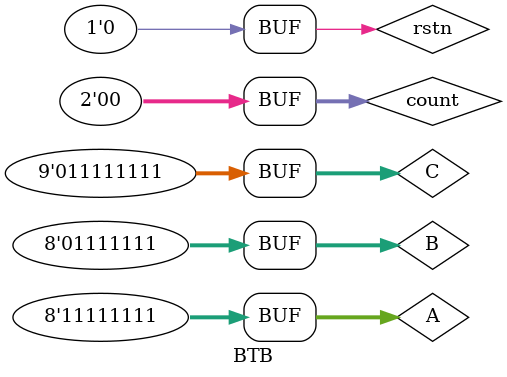
<source format=v>
`timescale 1ns / 1ps


module BTB(

    );
    reg [7:0] A;
    reg [7:0] B;
    reg [8:0] C;
    reg rstn;
    reg [1:0]count;
    BinToBCD btb(
        .I_clk          (clk        ), 
        .I_rstn         (rstn       ),
        .I_A            (A          ),
        .I_B            (B          ),
        .I_C            (C          ), 
        .I_count        (count      ),
        
        .O_res_A0           (res_A0     ),
        .O_res_B0           (res_B0     ),
        .O_res_A1           (res_A1     ),
        .O_res_B1           (res_B1     ),
        .O_res_A2           (res_A2     ),
        .O_res_B2           (res_B2     ),
        .O_res_A3           (res_A3     ),
        .O_res_B3           (res_B3     )
    );
    initial
    begin
        count=3;
        A=8'b01111111;
        B=8'b11111111;
        C=9'b111111111;
        rstn = 1'b0;
        #10
        rstn = 1'b1;
        #10
        count=0;
        A=8'b11111111;
        B=8'b01111111;
        C=9'b011111111;
        #500
        rstn = 1'b0;   
    end  
endmodule

</source>
